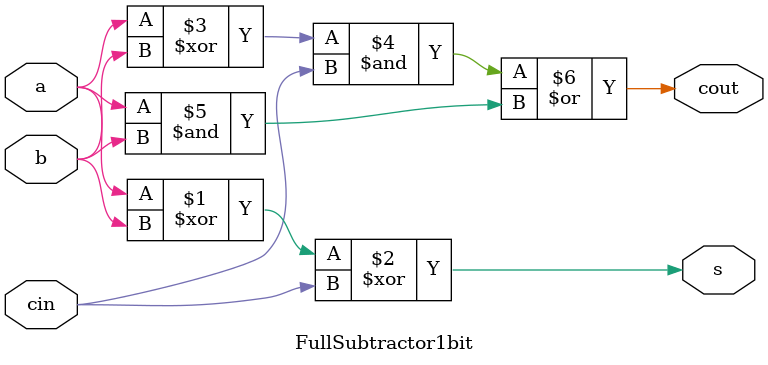
<source format=v>
`timescale 1ns / 1ps
module FullSubtractor1bit(
  input a, b, cin,
output s, cout
);
assign s = a^b^cin ;
assign cout = ((a^b)&cin) | (a&b) ;
endmodule



</source>
